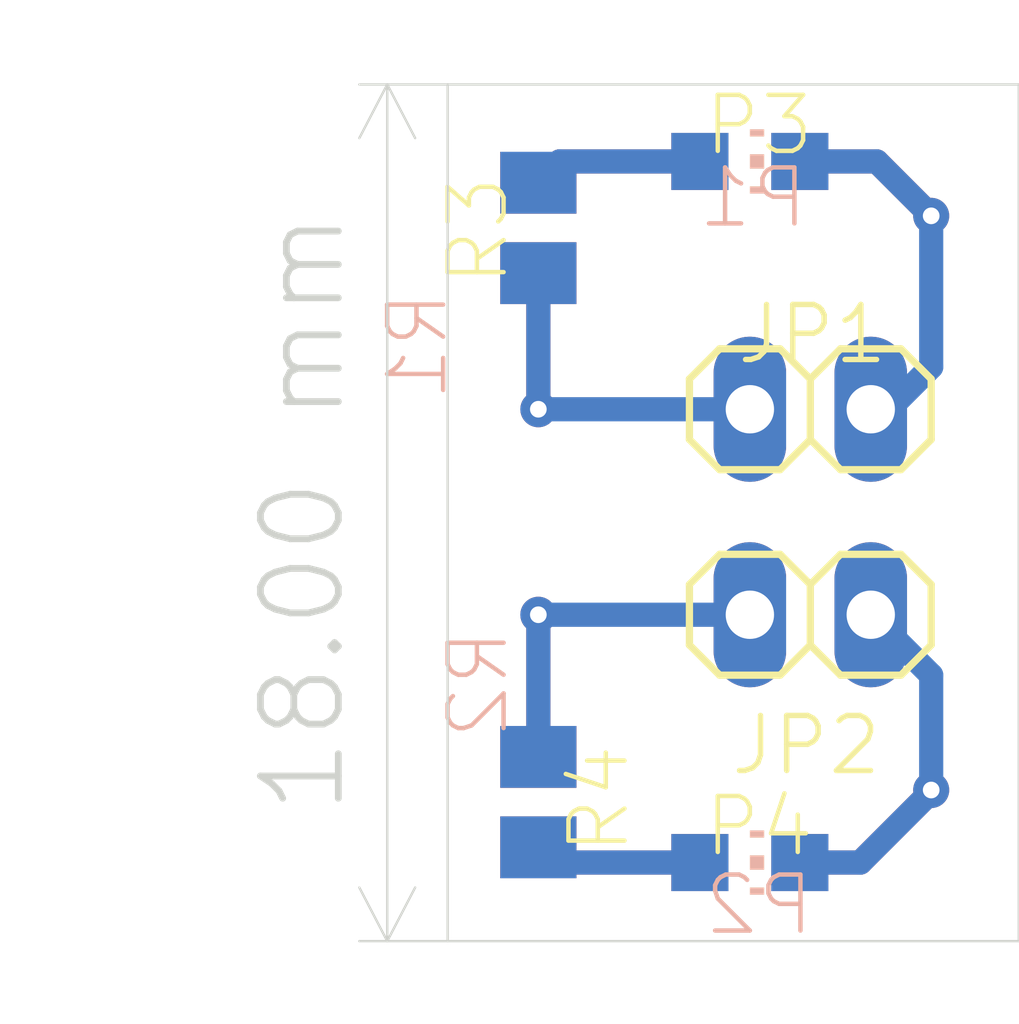
<source format=kicad_pcb>
(kicad_pcb (version 20221018) (generator pcbnew)
  (layers (0 "F.Cu" signal) (31 "B.Cu" signal) (34 "B.Paste" user) (35 "F.Paste" user) (36 "B.SilkS" user "B.Silkscreen") (37 "F.SilkS" user "F.Silkscreen") (38 "B.Mask" user) (39 "F.Mask" user) (44 "Edge.Cuts" user))
  (net 0 "")
  (net 1 "L1")
  (net 2 "N$2")
  (net 3 "N$4")
  (net 4 "G1")
  (net 5 "L2")
  (net 6 "G2")
  (net 7 "N$8")
  (net 8 "N$10")
  (footprint "CHIP-LED0805" (layer "F.Cu") (at 148.8511 97.6206 -90)
    (fp_text reference "P3" (at -0.762 1.016) (layer "F.SilkS") (effects (font (size 1.176528 1.176528) (thickness 0.093472)) (justify left)))
    (fp_text value "Blue")
    (fp_poly (pts (xy -0.675 0) (xy -0.525 0) (xy -0.525 -0.3) (xy -0.675 -0.3)) (fill solid) (layer "F.SilkS"))
    (fp_poly (pts (xy -0.15 0) (xy 0.15 0) (xy 0.15 -0.3) (xy -0.15 -0.3)) (fill solid) (layer "F.SilkS"))
    (fp_poly (pts (xy 0.525 0) (xy 0.675 0) (xy 0.675 -0.3) (xy 0.525 -0.3)) (fill solid) (layer "F.SilkS"))
    (pad "A" smd rect (at 0 1.05 270) (size 1.2 1.2) (layers "F.Cu" "F.Paste" "F.Mask") (net 3 "N$4"))
    (pad "C" smd rect (at 0 -1.05 270) (size 1.2 1.2) (layers "F.Cu" "F.Paste" "F.Mask") (net 4 "G1"))
  )
  (footprint "M0805" (layer "F.Cu") (at 144.4061 111.0826 -90)
    (fp_text reference "R4" (at -1.27 -1.27 90) (layer "F.SilkS") (effects (font (size 1.176528 1.176528) (thickness 0.093472)) (justify right)))
    (fp_text value "1k Ω")
    (pad "1" smd rect (at -0.95 0 270) (size 1.3 1.6) (layers "F.Cu" "F.Paste" "F.Mask") (net 5 "L2"))
    (pad "2" smd rect (at 0.95 0 270) (size 1.3 1.6) (layers "F.Cu" "F.Paste" "F.Mask") (net 8 "N$10"))
  )
  (footprint "M0805" (layer "F.Cu") (at 144.4061 99.0176 90)
    (fp_text reference "R3" (at -1.27 -1.27 90) (layer "F.SilkS") (effects (font (size 1.176528 1.176528) (thickness 0.093472)) (justify left)))
    (fp_text value "1k Ω")
    (pad "1" smd rect (at -0.95 0 90) (size 1.3 1.6) (layers "F.Cu" "F.Paste" "F.Mask") (net 1 "L1"))
    (pad "2" smd rect (at 0.95 0 90) (size 1.3 1.6) (layers "F.Cu" "F.Paste" "F.Mask") (net 3 "N$4"))
  )
  (footprint "CHIP-LED0805" (layer "F.Cu") (at 148.8511 112.3526 -90)
    (fp_text reference "P4" (at -0.762 1.016) (layer "F.SilkS") (effects (font (size 1.176528 1.176528) (thickness 0.093472)) (justify left)))
    (fp_text value "Blue")
    (fp_poly (pts (xy -0.675 0) (xy -0.525 0) (xy -0.525 -0.3) (xy -0.675 -0.3)) (fill solid) (layer "F.SilkS"))
    (fp_poly (pts (xy -0.15 0) (xy 0.15 0) (xy 0.15 -0.3) (xy -0.15 -0.3)) (fill solid) (layer "F.SilkS"))
    (fp_poly (pts (xy 0.525 0) (xy 0.675 0) (xy 0.675 -0.3) (xy 0.525 -0.3)) (fill solid) (layer "F.SilkS"))
    (pad "A" smd rect (at 0 1.05 270) (size 1.2 1.2) (layers "F.Cu" "F.Paste" "F.Mask") (net 8 "N$10"))
    (pad "C" smd rect (at 0 -1.05 270) (size 1.2 1.2) (layers "F.Cu" "F.Paste" "F.Mask") (net 6 "G2"))
  )
  (footprint "1X02" (layer "F.Cu") (at 150.1211 102.8276)
    (fp_text reference "JP1" (at -1.6002 -1.5748) (layer "F.SilkS") (effects (font (size 1.1557 1.1557) (thickness 0.1143)) (justify left)))
    (fp_text value "")
    (fp_line (start -2.54 -0.635) (end -2.54 0.635) (stroke (width 0.1524)) (layer "F.SilkS"))
    (fp_line (start -2.54 0.635) (end -1.905 1.27) (stroke (width 0.1524)) (layer "F.SilkS"))
    (fp_line (start -1.905 -1.27) (end -2.54 -0.635) (stroke (width 0.1524)) (layer "F.SilkS"))
    (fp_line (start -1.905 -1.27) (end -0.635 -1.27) (stroke (width 0.1524)) (layer "F.SilkS"))
    (fp_line (start -0.635 -1.27) (end 0 -0.635) (stroke (width 0.1524)) (layer "F.SilkS"))
    (fp_line (start -0.635 1.27) (end -1.905 1.27) (stroke (width 0.1524)) (layer "F.SilkS"))
    (fp_line (start 0 -0.635) (end 0 0.635) (stroke (width 0.1524)) (layer "F.SilkS"))
    (fp_line (start 0 -0.635) (end 0.635 -1.27) (stroke (width 0.1524)) (layer "F.SilkS"))
    (fp_line (start 0 0.635) (end -0.635 1.27) (stroke (width 0.1524)) (layer "F.SilkS"))
    (fp_line (start 0.635 -1.27) (end 1.905 -1.27) (stroke (width 0.1524)) (layer "F.SilkS"))
    (fp_line (start 0.635 1.27) (end 0 0.635) (stroke (width 0.1524)) (layer "F.SilkS"))
    (fp_line (start 1.905 -1.27) (end 2.54 -0.635) (stroke (width 0.1524)) (layer "F.SilkS"))
    (fp_line (start 1.905 1.27) (end 0.635 1.27) (stroke (width 0.1524)) (layer "F.SilkS"))
    (fp_line (start 2.54 -0.635) (end 2.54 0.635) (stroke (width 0.1524)) (layer "F.SilkS"))
    (fp_line (start 2.54 0.635) (end 1.905 1.27) (stroke (width 0.1524)) (layer "F.SilkS"))
    (pad "1" thru_hole oval (at -1.27 0 90) (size 3.048 1.524) (drill 1.016) (layers "*.Cu" "*.Mask") (net 1 "L1"))
    (pad "2" thru_hole oval (at 1.27 0 90) (size 3.048 1.524) (drill 1.016) (layers "*.Cu" "*.Mask") (net 4 "G1"))
  )
  (footprint "1X02" (layer "F.Cu") (at 150.1211 107.1456)
    (fp_text reference "JP2" (at -1.7272 2.7432) (layer "F.SilkS") (effects (font (size 1.1557 1.1557) (thickness 0.1143)) (justify left)))
    (fp_text value "")
    (fp_line (start -2.54 -0.635) (end -2.54 0.635) (stroke (width 0.1524)) (layer "F.SilkS"))
    (fp_line (start -2.54 0.635) (end -1.905 1.27) (stroke (width 0.1524)) (layer "F.SilkS"))
    (fp_line (start -1.905 -1.27) (end -2.54 -0.635) (stroke (width 0.1524)) (layer "F.SilkS"))
    (fp_line (start -1.905 -1.27) (end -0.635 -1.27) (stroke (width 0.1524)) (layer "F.SilkS"))
    (fp_line (start -0.635 -1.27) (end 0 -0.635) (stroke (width 0.1524)) (layer "F.SilkS"))
    (fp_line (start -0.635 1.27) (end -1.905 1.27) (stroke (width 0.1524)) (layer "F.SilkS"))
    (fp_line (start 0 -0.635) (end 0 0.635) (stroke (width 0.1524)) (layer "F.SilkS"))
    (fp_line (start 0 -0.635) (end 0.635 -1.27) (stroke (width 0.1524)) (layer "F.SilkS"))
    (fp_line (start 0 0.635) (end -0.635 1.27) (stroke (width 0.1524)) (layer "F.SilkS"))
    (fp_line (start 0.635 -1.27) (end 1.905 -1.27) (stroke (width 0.1524)) (layer "F.SilkS"))
    (fp_line (start 0.635 1.27) (end 0 0.635) (stroke (width 0.1524)) (layer "F.SilkS"))
    (fp_line (start 1.905 -1.27) (end 2.54 -0.635) (stroke (width 0.1524)) (layer "F.SilkS"))
    (fp_line (start 1.905 1.27) (end 0.635 1.27) (stroke (width 0.1524)) (layer "F.SilkS"))
    (fp_line (start 2.54 -0.635) (end 2.54 0.635) (stroke (width 0.1524)) (layer "F.SilkS"))
    (fp_line (start 2.54 0.635) (end 1.905 1.27) (stroke (width 0.1524)) (layer "F.SilkS"))
    (pad "1" thru_hole oval (at -1.27 0 90) (size 3.048 1.524) (drill 1.016) (layers "*.Cu" "*.Mask") (net 5 "L2"))
    (pad "2" thru_hole oval (at 1.27 0 90) (size 3.048 1.524) (drill 1.016) (layers "*.Cu" "*.Mask") (net 6 "G2"))
  )
  (footprint "CHIP-LED0805" (layer "B.Cu") (at 148.8511 112.3526 90)
    (fp_text reference "P2" (at -0.889 -1.016 180) (layer "B.SilkS") (effects (font (size 1.176528 1.176528) (thickness 0.093472)) (justify right mirror)))
    (fp_text value "White")
    (fp_poly (pts (xy -0.675 0) (xy -0.525 0) (xy -0.525 0.3) (xy -0.675 0.3)) (fill solid) (layer "B.SilkS"))
    (fp_poly (pts (xy -0.15 0) (xy 0.15 0) (xy 0.15 0.3) (xy -0.15 0.3)) (fill solid) (layer "B.SilkS"))
    (fp_poly (pts (xy 0.525 0) (xy 0.675 0) (xy 0.675 0.3) (xy 0.525 0.3)) (fill solid) (layer "B.SilkS"))
    (pad "A" smd rect (at 0 -1.05 90) (size 1.2 1.2) (layers "B.Cu" "B.Paste" "B.Mask") (net 7 "N$8"))
    (pad "C" smd rect (at 0 1.05 90) (size 1.2 1.2) (layers "B.Cu" "B.Paste" "B.Mask") (net 6 "G2"))
  )
  (footprint "M0805" (layer "B.Cu") (at 144.4061 99.0176 90)
    (fp_text reference "R1" (at -1.27 -2.54 90) (layer "B.SilkS") (effects (font (size 1.176528 1.176528) (thickness 0.093472)) (justify left mirror)))
    (fp_text value "1k Ω")
    (pad "1" smd rect (at -0.95 0 90) (size 1.3 1.6) (layers "B.Cu" "B.Paste" "B.Mask") (net 1 "L1"))
    (pad "2" smd rect (at 0.95 0 90) (size 1.3 1.6) (layers "B.Cu" "B.Paste" "B.Mask") (net 2 "N$2"))
  )
  (footprint "CHIP-LED0805" (layer "B.Cu") (at 148.8511 97.6206 90)
    (fp_text reference "P1" (at -0.762 -1.143 180) (layer "B.SilkS") (effects (font (size 1.176528 1.176528) (thickness 0.093472)) (justify right mirror)))
    (fp_text value "White")
    (fp_poly (pts (xy -0.675 0) (xy -0.525 0) (xy -0.525 0.3) (xy -0.675 0.3)) (fill solid) (layer "B.SilkS"))
    (fp_poly (pts (xy -0.15 0) (xy 0.15 0) (xy 0.15 0.3) (xy -0.15 0.3)) (fill solid) (layer "B.SilkS"))
    (fp_poly (pts (xy 0.525 0) (xy 0.675 0) (xy 0.675 0.3) (xy 0.525 0.3)) (fill solid) (layer "B.SilkS"))
    (pad "A" smd rect (at 0 -1.05 90) (size 1.2 1.2) (layers "B.Cu" "B.Paste" "B.Mask") (net 2 "N$2"))
    (pad "C" smd rect (at 0 1.05 90) (size 1.2 1.2) (layers "B.Cu" "B.Paste" "B.Mask") (net 4 "G1"))
  )
  (footprint "M0805" (layer "B.Cu") (at 144.4061 111.0826 -90)
    (fp_text reference "R2" (at -1.27 1.27 -270) (layer "B.SilkS") (effects (font (size 1.176528 1.176528) (thickness 0.093472)) (justify right mirror)))
    (fp_text value "1k Ω")
    (pad "1" smd rect (at -0.95 0 270) (size 1.3 1.6) (layers "B.Cu" "B.Paste" "B.Mask") (net 5 "L2"))
    (pad "2" smd rect (at 0.95 0 270) (size 1.3 1.6) (layers "B.Cu" "B.Paste" "B.Mask") (net 7 "N$8"))
  )
  (gr_line (start 154.5011 96.0036) (end 142.5011 96.0036) (stroke (width 0.05)) (layer "Edge.Cuts"))
  (gr_line (start 142.5011 114.0036) (end 154.5011 114.0036) (stroke (width 0.05)) (layer "Edge.Cuts"))
  (gr_line (start 154.5011 114.0036) (end 154.5011 96.0036) (stroke (width 0.05)) (layer "Edge.Cuts"))
  (gr_line (start 142.5011 96.0036) (end 142.5011 114.0036) (stroke (width 0.05)) (layer "Edge.Cuts"))
  (dimension (type aligned) (layer "Edge.Cuts") (pts (xy 142.5011 114.0036) (xy 142.5011 96.0036)) (height -1.27) (gr_text "18.00 mm" (at 139.4531 105.0036 90) (layer "Edge.Cuts") (effects (font (size 1.63576 1.63576) (thickness 0.14224)))) (format (prefix "") (suffix "") (units 2) (units_format 1) (precision 2)) (style (thickness 0.05) (arrow_length 1.27) (text_position_mode 0) (extension_height 0.58642) (extension_offset 0) keep_text_aligned))
  (segment (start 144.4061 99.9676) (end 144.4061 102.8276) (width 0.508) (layer "F.Cu") (net 1))
  (via (at 144.4061 102.8276) (size 0.7564) (drill 0.35) (layers "F.Cu" "B.Cu") (net 1))
  (segment (start 148.8511 102.8276) (end 144.4061 102.8276) (width 0.508) (layer "B.Cu") (net 1))
  (segment (start 144.4061 102.8276) (end 144.4061 99.9676) (width 0.508) (layer "B.Cu") (net 1))
  (segment (start 144.8531 97.6206) (end 147.8011 97.6206) (width 0.508) (layer "B.Cu") (net 2))
  (segment (start 144.4061 98.0676) (end 144.8531 97.6206) (width 0.508) (layer "B.Cu") (net 2))
  (segment (start 144.8531 97.6206) (end 147.8011 97.6206) (width 0.508) (layer "F.Cu") (net 3))
  (segment (start 144.4061 98.0676) (end 144.8531 97.6206) (width 0.508) (layer "F.Cu") (net 3))
  (segment (start 149.9011 97.6206) (end 151.5181 97.6206) (width 0.508) (layer "F.Cu") (net 4))
  (segment (start 152.6611 98.7636) (end 151.5181 97.6206) (width 0.508) (layer "F.Cu") (net 4))
  (via (at 152.6611 98.7636) (size 0.7564) (drill 0.35) (layers "F.Cu" "B.Cu") (net 4))
  (segment (start 149.9011 97.6206) (end 151.5181 97.6206) (width 0.508) (layer "B.Cu") (net 4))
  (segment (start 151.7721 102.8276) (end 151.3911 102.8276) (width 0.508) (layer "B.Cu") (net 4))
  (segment (start 151.5181 97.6206) (end 152.6611 98.7636) (width 0.508) (layer "B.Cu") (net 4))
  (segment (start 152.6611 98.7636) (end 152.6611 101.9386) (width 0.508) (layer "B.Cu") (net 4))
  (segment (start 152.6611 101.9386) (end 151.7721 102.8276) (width 0.508) (layer "B.Cu") (net 4))
  (segment (start 144.4061 110.1326) (end 144.4061 107.1456) (width 0.508) (layer "F.Cu") (net 5))
  (via (at 144.4061 107.1456) (size 0.7564) (drill 0.35) (layers "F.Cu" "B.Cu") (net 5))
  (segment (start 144.4061 110.1326) (end 144.4061 107.1456) (width 0.508) (layer "B.Cu") (net 5))
  (segment (start 148.8511 107.1456) (end 144.4061 107.1456) (width 0.508) (layer "B.Cu") (net 5))
  (segment (start 152.6611 110.8626) (end 151.1711 112.3526) (width 0.508) (layer "F.Cu") (net 6))
  (segment (start 151.1711 112.3526) (end 149.9011 112.3526) (width 0.508) (layer "F.Cu") (net 6))
  (segment (start 152.6611 110.8286) (end 152.6611 110.8626) (width 0.508) (layer "F.Cu") (net 6))
  (via (at 152.6611 110.8286) (size 0.7564) (drill 0.35) (layers "F.Cu" "B.Cu") (net 6))
  (segment (start 151.3911 107.1456) (end 152.6611 108.4156) (width 0.508) (layer "B.Cu") (net 6))
  (segment (start 152.6611 110.8626) (end 151.1711 112.3526) (width 0.508) (layer "B.Cu") (net 6))
  (segment (start 152.6611 110.8286) (end 152.6611 110.8626) (width 0.508) (layer "B.Cu") (net 6))
  (segment (start 152.6611 108.4156) (end 152.6611 110.8286) (width 0.508) (layer "B.Cu") (net 6))
  (segment (start 151.1711 112.3526) (end 149.9011 112.3526) (width 0.508) (layer "B.Cu") (net 6))
  (segment (start 144.4061 112.0326) (end 144.7261 112.3526) (width 0.508) (layer "B.Cu") (net 7))
  (segment (start 144.7261 112.3526) (end 147.8011 112.3526) (width 0.508) (layer "B.Cu") (net 7))
  (segment (start 144.4061 112.0326) (end 144.7261 112.3526) (width 0.508) (layer "F.Cu") (net 8))
  (segment (start 144.7261 112.3526) (end 147.8011 112.3526) (width 0.508) (layer "F.Cu") (net 8))
)
</source>
